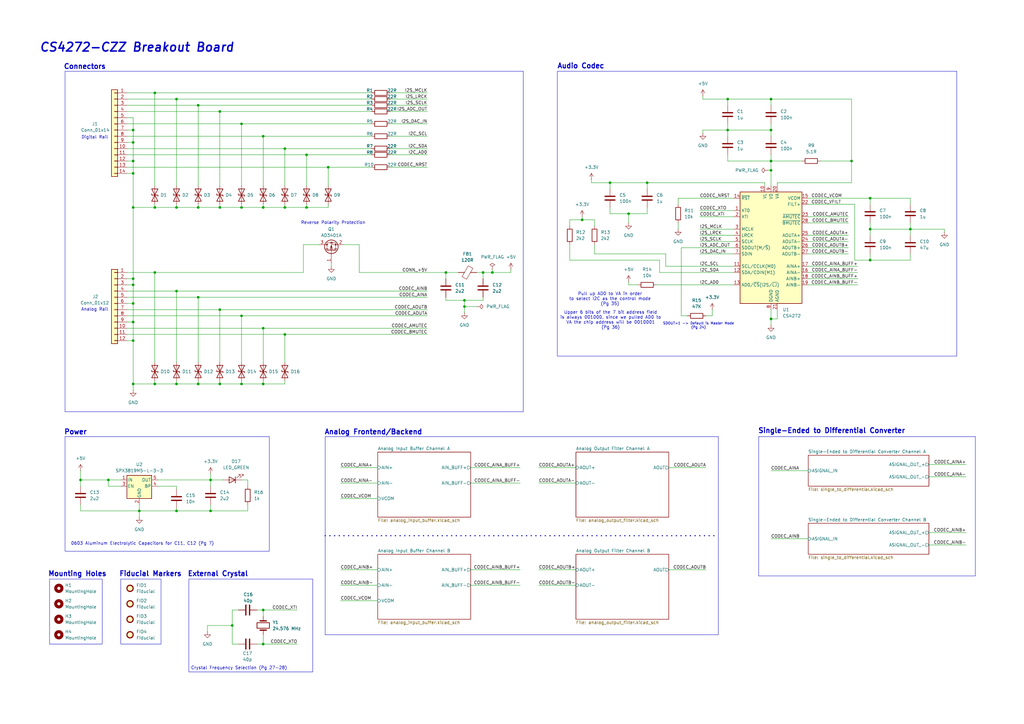
<source format=kicad_sch>
(kicad_sch (version 20231120) (generator "eeschema") (generator_version "8.0")
  (paper "A3")
  (junction (at 356.87 81.28))
  (junction (at 54.61 132.08))
  (junction (at 125.73 63.5))
  (junction (at 57.15 209.55))
  (junction (at 33.02 196.85))
  (junction (at 81.28 85.09))
  (junction (at 44.45 196.85))
  (junction (at 298.45 40.64))
  (junction (at 198.12 111.76))
  (junction (at 54.61 85.09))
  (junction (at 54.61 139.7))
  (junction (at 107.95 134.62))
  (junction (at 81.28 157.48))
  (junction (at 72.39 157.48))
  (junction (at 107.95 250.19))
  (junction (at 99.06 50.8))
  (junction (at 250.19 74.93))
  (junction (at 72.39 119.38))
  (junction (at 63.5 157.48))
  (junction (at 316.23 130.81))
  (junction (at 63.5 38.1))
  (junction (at 316.23 40.64))
  (junction (at 72.39 85.09))
  (junction (at 54.61 124.46))
  (junction (at 95.25 256.54))
  (junction (at 134.62 68.58))
  (junction (at 54.61 71.12))
  (junction (at 116.84 137.16))
  (junction (at 107.95 264.16))
  (junction (at 107.95 85.09))
  (junction (at 54.61 157.48))
  (junction (at 356.87 93.98))
  (junction (at 81.28 43.18))
  (junction (at 99.06 157.48))
  (junction (at 182.88 111.76))
  (junction (at 107.95 157.48))
  (junction (at 86.36 196.85))
  (junction (at 201.93 111.76))
  (junction (at 90.17 127))
  (junction (at 99.06 85.09))
  (junction (at 90.17 157.48))
  (junction (at 349.25 66.04))
  (junction (at 190.5 123.19))
  (junction (at 86.36 209.55))
  (junction (at 90.17 85.09))
  (junction (at 316.23 53.34))
  (junction (at 72.39 209.55))
  (junction (at 125.73 85.09))
  (junction (at 54.61 58.42))
  (junction (at 298.45 53.34))
  (junction (at 72.39 40.64))
  (junction (at 99.06 129.54))
  (junction (at 316.23 69.85))
  (junction (at 90.17 45.72))
  (junction (at 356.87 106.68))
  (junction (at 116.84 85.09))
  (junction (at 63.5 85.09))
  (junction (at 316.23 66.04))
  (junction (at 116.84 60.96))
  (junction (at 265.43 74.93))
  (junction (at 63.5 111.76))
  (junction (at 81.28 121.92))
  (junction (at 257.81 87.63))
  (junction (at 54.61 116.84))
  (junction (at 190.5 125.73))
  (junction (at 107.95 55.88))
  (junction (at 373.38 93.98))
  (junction (at 54.61 66.04))
  (junction (at 238.76 90.17))
  (junction (at 54.61 53.34))
  (junction (at 54.61 114.3))
  (wire (pts (xy 331.47 104.14) (xy 347.98 104.14)))
  (wire (pts (xy 193.04 233.68) (xy 213.36 233.68)))
  (wire (pts (xy 90.17 157.48) (xy 99.06 157.48)))
  (wire (pts (xy 349.25 40.64) (xy 349.25 66.04)))
  (wire (pts (xy 99.06 83.82) (xy 99.06 85.09)))
  (wire (pts (xy 54.61 48.26) (xy 54.61 53.34)))
  (wire (pts (xy 107.95 134.62) (xy 175.26 134.62)))
  (wire (pts (xy 287.02 104.14) (xy 300.99 104.14)))
  (wire (pts (xy 116.84 137.16) (xy 116.84 148.59)))
  (wire (pts (xy 54.61 66.04) (xy 54.61 71.12)))
  (wire (pts (xy 273.05 109.22) (xy 273.05 104.14)))
  (wire (pts (xy 287.02 99.06) (xy 300.99 99.06)))
  (wire (pts (xy 356.87 106.68) (xy 373.38 106.68)))
  (wire (pts (xy 72.39 156.21) (xy 72.39 157.48)))
  (wire (pts (xy 160.02 40.64) (xy 175.26 40.64)))
  (wire (pts (xy 190.5 123.19) (xy 198.12 123.19)))
  (wire (pts (xy 233.68 106.68) (xy 270.51 106.68)))
  (wire (pts (xy 90.17 45.72) (xy 90.17 76.2)))
  (wire (pts (xy 139.7 198.12) (xy 154.94 198.12)))
  (wire (pts (xy 125.73 85.09) (xy 134.62 85.09)))
  (wire (pts (xy 316.23 40.64) (xy 349.25 40.64)))
  (wire (pts (xy 107.95 156.21) (xy 107.95 157.48)))
  (wire (pts (xy 300.99 109.22) (xy 273.05 109.22)))
  (wire (pts (xy 209.55 111.76) (xy 209.55 110.49)))
  (wire (pts (xy 298.45 66.04) (xy 316.23 66.04)))
  (wire (pts (xy 52.07 66.04) (xy 54.61 66.04)))
  (wire (pts (xy 316.23 50.8) (xy 316.23 53.34)))
  (wire (pts (xy 95.25 250.19) (xy 97.79 250.19)))
  (wire (pts (xy 274.32 191.77) (xy 289.56 191.77)))
  (wire (pts (xy 107.95 83.82) (xy 107.95 85.09)))
  (wire (pts (xy 190.5 125.73) (xy 195.58 125.73)))
  (wire (pts (xy 147.32 100.33) (xy 147.32 111.76)))
  (wire (pts (xy 90.17 83.82) (xy 90.17 85.09)))
  (wire (pts (xy 265.43 87.63) (xy 265.43 85.09)))
  (wire (pts (xy 193.04 198.12) (xy 213.36 198.12)))
  (wire (pts (xy 356.87 104.14) (xy 356.87 106.68)))
  (wire (pts (xy 160.02 45.72) (xy 175.26 45.72)))
  (wire (pts (xy 331.47 114.3) (xy 351.79 114.3)))
  (wire (pts (xy 316.23 127) (xy 316.23 130.81)))
  (wire (pts (xy 220.98 191.77) (xy 236.22 191.77)))
  (wire (pts (xy 116.84 83.82) (xy 116.84 85.09)))
  (wire (pts (xy 54.61 85.09) (xy 54.61 114.3)))
  (wire (pts (xy 52.07 55.88) (xy 107.95 55.88)))
  (wire (pts (xy 63.5 157.48) (xy 72.39 157.48)))
  (wire (pts (xy 125.73 83.82) (xy 125.73 85.09)))
  (wire (pts (xy 160.02 50.8) (xy 175.26 50.8)))
  (wire (pts (xy 107.95 260.35) (xy 107.95 264.16)))
  (wire (pts (xy 99.06 50.8) (xy 152.4 50.8)))
  (wire (pts (xy 57.15 209.55) (xy 72.39 209.55)))
  (wire (pts (xy 49.53 196.85) (xy 44.45 196.85)))
  (wire (pts (xy 72.39 157.48) (xy 81.28 157.48)))
  (wire (pts (xy 300.99 101.6) (xy 279.4 101.6)))
  (wire (pts (xy 220.98 240.03) (xy 236.22 240.03)))
  (wire (pts (xy 331.47 99.06) (xy 347.98 99.06)))
  (wire (pts (xy 316.23 63.5) (xy 316.23 66.04)))
  (wire (pts (xy 331.47 101.6) (xy 347.98 101.6)))
  (wire (pts (xy 121.92 264.16) (xy 107.95 264.16)))
  (wire (pts (xy 90.17 156.21) (xy 90.17 157.48)))
  (wire (pts (xy 287.02 93.98) (xy 300.99 93.98)))
  (wire (pts (xy 350.52 106.68) (xy 356.87 106.68)))
  (wire (pts (xy 298.45 40.64) (xy 298.45 43.18)))
  (wire (pts (xy 107.95 134.62) (xy 107.95 148.59)))
  (wire (pts (xy 289.56 129.54) (xy 292.1 129.54)))
  (wire (pts (xy 54.61 114.3) (xy 54.61 116.84)))
  (wire (pts (xy 193.04 191.77) (xy 213.36 191.77)))
  (wire (pts (xy 107.95 157.48) (xy 116.84 157.48)))
  (wire (pts (xy 316.23 130.81) (xy 318.77 130.81)))
  (wire (pts (xy 139.7 204.47) (xy 154.94 204.47)))
  (wire (pts (xy 140.97 100.33) (xy 147.32 100.33)))
  (wire (pts (xy 387.35 95.25) (xy 387.35 93.98)))
  (wire (pts (xy 95.25 264.16) (xy 97.79 264.16)))
  (wire (pts (xy 190.5 125.73) (xy 190.5 128.27)))
  (wire (pts (xy 265.43 74.93) (xy 265.43 77.47)))
  (wire (pts (xy 238.76 88.9) (xy 238.76 90.17)))
  (wire (pts (xy 396.24 218.44) (xy 381 218.44)))
  (wire (pts (xy 52.07 139.7) (xy 54.61 139.7)))
  (wire (pts (xy 124.46 111.76) (xy 124.46 100.33)))
  (wire (pts (xy 288.29 40.64) (xy 298.45 40.64)))
  (wire (pts (xy 349.25 74.93) (xy 349.25 66.04)))
  (wire (pts (xy 33.02 196.85) (xy 33.02 199.39)))
  (wire (pts (xy 85.09 256.54) (xy 95.25 256.54)))
  (wire (pts (xy 54.61 139.7) (xy 54.61 157.48)))
  (wire (pts (xy 288.29 39.37) (xy 288.29 40.64)))
  (wire (pts (xy 331.47 96.52) (xy 347.98 96.52)))
  (wire (pts (xy 313.69 76.2) (xy 313.69 74.93)))
  (wire (pts (xy 270.51 111.76) (xy 270.51 106.68)))
  (wire (pts (xy 182.88 111.76) (xy 182.88 114.3)))
  (wire (pts (xy 269.24 116.84) (xy 300.99 116.84)))
  (wire (pts (xy 52.07 60.96) (xy 116.84 60.96)))
  (wire (pts (xy 288.29 53.34) (xy 298.45 53.34)))
  (wire (pts (xy 95.25 256.54) (xy 95.25 264.16)))
  (wire (pts (xy 182.88 111.76) (xy 187.96 111.76)))
  (wire (pts (xy 182.88 121.92) (xy 182.88 123.19)))
  (wire (pts (xy 396.24 190.5) (xy 381 190.5)))
  (wire (pts (xy 160.02 43.18) (xy 175.26 43.18)))
  (wire (pts (xy 139.7 191.77) (xy 154.94 191.77)))
  (wire (pts (xy 201.93 111.76) (xy 209.55 111.76)))
  (wire (pts (xy 274.32 233.68) (xy 289.56 233.68)))
  (wire (pts (xy 52.07 53.34) (xy 54.61 53.34)))
  (wire (pts (xy 287.02 86.36) (xy 300.99 86.36)))
  (wire (pts (xy 54.61 71.12) (xy 54.61 85.09)))
  (wire (pts (xy 63.5 83.82) (xy 63.5 85.09)))
  (wire (pts (xy 257.81 115.57) (xy 257.81 116.84)))
  (wire (pts (xy 54.61 66.04) (xy 54.61 58.42)))
  (wire (pts (xy 54.61 132.08) (xy 54.61 139.7)))
  (wire (pts (xy 90.17 45.72) (xy 152.4 45.72)))
  (wire (pts (xy 318.77 76.2) (xy 318.77 74.93)))
  (wire (pts (xy 85.09 259.08) (xy 85.09 256.54)))
  (wire (pts (xy 33.02 196.85) (xy 44.45 196.85)))
  (wire (pts (xy 160.02 68.58) (xy 175.26 68.58)))
  (wire (pts (xy 243.84 92.71) (xy 243.84 90.17)))
  (wire (pts (xy 72.39 119.38) (xy 175.26 119.38)))
  (wire (pts (xy 193.04 240.03) (xy 213.36 240.03)))
  (wire (pts (xy 54.61 157.48) (xy 63.5 157.48)))
  (wire (pts (xy 314.96 69.85) (xy 316.23 69.85)))
  (wire (pts (xy 90.17 127) (xy 90.17 148.59)))
  (wire (pts (xy 52.07 48.26) (xy 54.61 48.26)))
  (wire (pts (xy 72.39 209.55) (xy 72.39 208.28)))
  (wire (pts (xy 72.39 40.64) (xy 72.39 76.2)))
  (wire (pts (xy 331.47 91.44) (xy 347.98 91.44)))
  (wire (pts (xy 278.13 81.28) (xy 300.99 81.28)))
  (wire (pts (xy 72.39 85.09) (xy 81.28 85.09)))
  (wire (pts (xy 49.53 199.39) (xy 44.45 199.39)))
  (wire (pts (xy 72.39 119.38) (xy 72.39 148.59)))
  (wire (pts (xy 356.87 93.98) (xy 356.87 96.52)))
  (wire (pts (xy 54.61 53.34) (xy 54.61 58.42)))
  (wire (pts (xy 257.81 87.63) (xy 257.81 91.44)))
  (wire (pts (xy 233.68 100.33) (xy 233.68 106.68)))
  (wire (pts (xy 331.47 116.84) (xy 351.79 116.84)))
  (wire (pts (xy 139.7 233.68) (xy 154.94 233.68)))
  (wire (pts (xy 190.5 123.19) (xy 190.5 125.73)))
  (wire (pts (xy 33.02 207.01) (xy 33.02 209.55)))
  (wire (pts (xy 298.45 50.8) (xy 298.45 53.34)))
  (wire (pts (xy 134.62 83.82) (xy 134.62 85.09)))
  (wire (pts (xy 298.45 63.5) (xy 298.45 66.04)))
  (wire (pts (xy 287.02 88.9) (xy 300.99 88.9)))
  (wire (pts (xy 316.23 69.85) (xy 316.23 76.2)))
  (wire (pts (xy 116.84 137.16) (xy 175.26 137.16)))
  (wire (pts (xy 298.45 53.34) (xy 298.45 55.88)))
  (wire (pts (xy 63.5 111.76) (xy 124.46 111.76)))
  (wire (pts (xy 250.19 74.93) (xy 265.43 74.93)))
  (wire (pts (xy 198.12 111.76) (xy 198.12 114.3)))
  (wire (pts (xy 52.07 119.38) (xy 72.39 119.38)))
  (wire (pts (xy 396.24 223.52) (xy 381 223.52)))
  (wire (pts (xy 52.07 58.42) (xy 54.61 58.42)))
  (wire (pts (xy 139.7 246.38) (xy 154.94 246.38)))
  (wire (pts (xy 90.17 127) (xy 175.26 127)))
  (wire (pts (xy 242.57 73.66) (xy 242.57 74.93)))
  (wire (pts (xy 107.95 264.16) (xy 105.41 264.16)))
  (wire (pts (xy 64.77 196.85) (xy 86.36 196.85)))
  (wire (pts (xy 81.28 156.21) (xy 81.28 157.48)))
  (wire (pts (xy 331.47 81.28) (xy 356.87 81.28)))
  (wire (pts (xy 318.77 130.81) (xy 318.77 127)))
  (wire (pts (xy 107.95 55.88) (xy 152.4 55.88)))
  (wire (pts (xy 86.36 207.01) (xy 86.36 209.55)))
  (wire (pts (xy 57.15 207.01) (xy 57.15 209.55)))
  (wire (pts (xy 52.07 63.5) (xy 125.73 63.5)))
  (wire (pts (xy 101.6 209.55) (xy 86.36 209.55)))
  (wire (pts (xy 107.95 55.88) (xy 107.95 76.2)))
  (wire (pts (xy 220.98 198.12) (xy 236.22 198.12)))
  (wire (pts (xy 99.06 157.48) (xy 107.95 157.48)))
  (wire (pts (xy 63.5 85.09) (xy 72.39 85.09)))
  (wire (pts (xy 396.24 195.58) (xy 381 195.58)))
  (wire (pts (xy 373.38 106.68) (xy 373.38 104.14)))
  (wire (pts (xy 63.5 156.21) (xy 63.5 157.48)))
  (wire (pts (xy 121.92 250.19) (xy 107.95 250.19)))
  (wire (pts (xy 54.61 157.48) (xy 54.61 160.02)))
  (wire (pts (xy 298.45 40.64) (xy 316.23 40.64)))
  (wire (pts (xy 160.02 60.96) (xy 175.26 60.96)))
  (wire (pts (xy 86.36 196.85) (xy 86.36 199.39)))
  (wire (pts (xy 63.5 38.1) (xy 63.5 76.2)))
  (wire (pts (xy 288.29 54.61) (xy 288.29 53.34)))
  (wire (pts (xy 292.1 129.54) (xy 292.1 127)))
  (wire (pts (xy 316.23 66.04) (xy 316.23 69.85)))
  (wire (pts (xy 52.07 137.16) (xy 116.84 137.16)))
  (wire (pts (xy 57.15 209.55) (xy 57.15 212.09)))
  (wire (pts (xy 160.02 63.5) (xy 175.26 63.5)))
  (wire (pts (xy 316.23 130.81) (xy 316.23 133.35)))
  (polyline (pts (xy 133.35 219.71) (xy 294.64 219.71)) (stroke (width 0.4572) (type dot)))
  (wire (pts (xy 250.19 85.09) (xy 250.19 87.63)))
  (wire (pts (xy 101.6 196.85) (xy 101.6 199.39)))
  (wire (pts (xy 356.87 81.28) (xy 373.38 81.28)))
  (wire (pts (xy 72.39 199.39) (xy 64.77 199.39)))
  (wire (pts (xy 52.07 114.3) (xy 54.61 114.3)))
  (wire (pts (xy 52.07 40.64) (xy 72.39 40.64)))
  (wire (pts (xy 52.07 116.84) (xy 54.61 116.84)))
  (wire (pts (xy 63.5 111.76) (xy 63.5 148.59)))
  (wire (pts (xy 54.61 85.09) (xy 63.5 85.09)))
  (wire (pts (xy 279.4 129.54) (xy 281.94 129.54)))
  (wire (pts (xy 238.76 90.17) (xy 233.68 90.17)))
  (wire (pts (xy 147.32 111.76) (xy 182.88 111.76)))
  (wire (pts (xy 160.02 38.1) (xy 175.26 38.1)))
  (wire (pts (xy 250.19 87.63) (xy 257.81 87.63)))
  (wire (pts (xy 52.07 132.08) (xy 54.61 132.08)))
  (wire (pts (xy 99.06 50.8) (xy 99.06 76.2)))
  (wire (pts (xy 134.62 68.58) (xy 152.4 68.58)))
  (wire (pts (xy 316.23 53.34) (xy 316.23 55.88)))
  (wire (pts (xy 331.47 88.9) (xy 347.98 88.9)))
  (wire (pts (xy 331.47 193.04) (xy 316.23 193.04)))
  (wire (pts (xy 99.06 196.85) (xy 101.6 196.85)))
  (wire (pts (xy 52.07 134.62) (xy 107.95 134.62)))
  (wire (pts (xy 116.84 156.21) (xy 116.84 157.48)))
  (wire (pts (xy 373.38 93.98) (xy 373.38 96.52)))
  (wire (pts (xy 99.06 85.09) (xy 107.95 85.09)))
  (wire (pts (xy 387.35 93.98) (xy 373.38 93.98)))
  (wire (pts (xy 52.07 45.72) (xy 90.17 45.72)))
  (wire (pts (xy 52.07 121.92) (xy 81.28 121.92)))
  (wire (pts (xy 125.73 63.5) (xy 125.73 76.2)))
  (wire (pts (xy 257.81 87.63) (xy 265.43 87.63)))
  (wire (pts (xy 52.07 38.1) (xy 63.5 38.1)))
  (wire (pts (xy 331.47 109.22) (xy 351.79 109.22)))
  (wire (pts (xy 257.81 116.84) (xy 261.62 116.84)))
  (wire (pts (xy 52.07 111.76) (xy 63.5 111.76)))
  (wire (pts (xy 95.25 250.19) (xy 95.25 256.54)))
  (wire (pts (xy 99.06 129.54) (xy 175.26 129.54)))
  (wire (pts (xy 99.06 156.21) (xy 99.06 157.48)))
  (wire (pts (xy 54.61 124.46) (xy 54.61 132.08)))
  (wire (pts (xy 107.95 85.09) (xy 116.84 85.09)))
  (wire (pts (xy 373.38 81.28) (xy 373.38 83.82)))
  (wire (pts (xy 243.84 104.14) (xy 273.05 104.14)))
  (wire (pts (xy 52.07 129.54) (xy 99.06 129.54)))
  (wire (pts (xy 356.87 83.82) (xy 356.87 81.28)))
  (wire (pts (xy 265.43 74.93) (xy 313.69 74.93)))
  (wire (pts (xy 90.17 85.09) (xy 99.06 85.09)))
  (wire (pts (xy 160.02 55.88) (xy 175.26 55.88)))
  (wire (pts (xy 198.12 121.92) (xy 198.12 123.19)))
  (wire (pts (xy 86.36 196.85) (xy 91.44 196.85)))
  (wire (pts (xy 72.39 200.66) (xy 72.39 199.39)))
  (wire (pts (xy 242.57 74.93) (xy 250.19 74.93)))
  (wire (pts (xy 300.99 111.76) (xy 270.51 111.76)))
  (wire (pts (xy 198.12 111.76) (xy 201.93 111.76)))
  (wire (pts (xy 318.77 74.93) (xy 349.25 74.93)))
  (wire (pts (xy 279.4 101.6) (xy 279.4 129.54)))
  (wire (pts (xy 54.61 116.84) (xy 54.61 124.46)))
  (wire (pts (xy 52.07 68.58) (xy 134.62 68.58)))
  (wire (pts (xy 139.7 240.03) (xy 154.94 240.03)))
  (wire (pts (xy 81.28 157.48) (xy 90.17 157.48)))
  (wire (pts (xy 63.5 38.1) (xy 152.4 38.1)))
  (wire (pts (xy 278.13 91.44) (xy 278.13 93.98)))
  (wire (pts (xy 182.88 123.19) (xy 190.5 123.19)))
  (wire (pts (xy 233.68 90.17) (xy 233.68 92.71)))
  (wire (pts (xy 316.23 66.04) (xy 328.93 66.04)))
  (wire (pts (xy 81.28 43.18) (xy 81.28 76.2)))
  (wire (pts (xy 298.45 53.34) (xy 316.23 53.34)))
  (wire (pts (xy 101.6 207.01) (xy 101.6 209.55)))
  (wire (pts (xy 243.84 104.14) (xy 243.84 100.33)))
  (wire (pts (xy 350.52 83.82) (xy 350.52 106.68)))
  (wire (pts (xy 220.98 233.68) (xy 236.22 233.68)))
  (wire (pts (xy 33.02 193.04) (xy 33.02 196.85)))
  (wire (pts (xy 134.62 68.58) (xy 134.62 76.2)))
  (wire (pts (xy 52.07 50.8) (xy 99.06 50.8)))
  (wire (pts (xy 86.36 209.55) (xy 72.39 209.55)))
  (wire (pts (xy 331.47 83.82) (xy 350.52 83.82)))
  (wire (pts (xy 116.84 60.96) (xy 116.84 76.2)))
  (wire (pts (xy 81.28 43.18) (xy 152.4 43.18)))
  (wire (pts (xy 81.28 121.92) (xy 81.28 148.59)))
  (wire (pts (xy 125.73 63.5) (xy 152.4 63.5)))
  (wire (pts (xy 99.06 129.54) (xy 99.06 148.59)))
  (wire (pts (xy 243.84 90.17) (xy 238.76 90.17)))
  (wire (pts (xy 107.95 250.19) (xy 105.41 250.19)))
  (wire (pts (xy 356.87 93.98) (xy 373.38 93.98)))
  (wire (pts (xy 72.39 40.64) (xy 152.4 40.64)))
  (wire (pts (xy 116.84 85.09) (xy 125.73 85.09)))
  (wire (pts (xy 52.07 43.18) (xy 81.28 43.18)))
  (wire (pts (xy 116.84 60.96) (xy 152.4 60.96)))
  (wire (pts (xy 195.58 111.76) (xy 198.12 111.76)))
  (wire (pts (xy 124.46 100.33) (xy 130.81 100.33)))
  (wire (pts (xy 86.36 194.31) (xy 86.36 196.85)))
  (wire (pts (xy 33.02 209.55) (xy 57.15 209.55)))
  (wire (pts (xy 201.93 110.49) (xy 201.93 111.76)))
  (wire (pts (xy 81.28 121.92) (xy 175.26 121.92)))
  (wire (pts (xy 52.07 71.12) (xy 54.61 71.12)))
  (wire (pts (xy 316.23 43.18) (xy 316.23 40.64)))
  (wire (pts (xy 135.89 107.95) (xy 135.89 109.22)))
  (wire (pts (xy 52.07 124.46) (xy 54.61 124.46)))
  (wire (pts (xy 81.28 85.09) (xy 90.17 85.09)))
  (wire (pts (xy 356.87 91.44) (xy 356.87 93.98)))
  (wire (pts (xy 250.19 77.47) (xy 250.19 74.93)))
  (wire (pts (xy 44.45 199.39) (xy 44.45 196.85)))
  (wire (pts (xy 52.07 127) (xy 90.17 127)))
  (wire (pts (xy 81.28 83.82) (xy 81.28 85.09)))
  (wire (pts (xy 107.95 252.73) (xy 107.95 250.19)))
  (wire (pts (xy 287.02 96.52) (xy 300.99 96.52)))
  (wire (pts (xy 336.55 66.04) (xy 349.25 66.04)))
  (wire (pts (xy 331.47 111.76) (xy 351.79 111.76)))
  (wire (pts (xy 72.39 83.82) (xy 72.39 85.09)))
  (wire (pts (xy 331.47 220.98) (xy 316.23 220.98)))
  (wire (pts (xy 373.38 93.98) (xy 373.38 91.44)))
  (wire (pts (xy 278.13 81.28) (xy 278.13 83.82)))
  (rectangle (start 77.47 237.49) (end 128.27 275.59))
  (rectangle (start 311.15 179.07) (end 400.05 236.22))
  (rectangle (start 49.53 237.49) (end 66.04 264.16))
  (rectangle (start 26.67 29.21) (end 214.63 168.91))
  (rectangle (start 26.67 179.07) (end 110.49 226.06))
  (rectangle (start 133.35 179.07) (end 294.64 260.35))
  (rectangle (start 228.6 29.21) (end 392.43 146.05))
  (rectangle (start 20.32 237.49) (end 41.91 264.16))
  (text "Power" (at 30.988 177.292 0) (effects (font (size 2.032 2.032) (thickness 0.4064) (bold yes))))
  (text "Crystal Frequency Selection (Pg 27-28)" (at 98.044 274.066 0) (effects (font (size 1.27 1.27))))
  (text "CS4272-CZZ Breakout Board" (at 56.134 19.558 0) (effects (font (size 3.556 3.556) (thickness 0.6096) (bold yes) (italic yes))))
  (text "Pull up AD0 to VA in order\nto select I2C as the control mode\n(Pg 35)" (at 250.19 122.682 0) (effects (font (size 1.27 1.27))))
  (text "Digital Rail" (at 38.862 56.3881 0) (effects (font (size 1.27 1.27))))
  (text "Connectors" (at 34.798 27.432 0) (effects (font (size 2.032 2.032) (thickness 0.4064) (bold yes))))
  (text "Reverse Polarity Protection" (at 136.652 91.44 0) (effects (font (size 1.27 1.27))))
  (text "Mounting Holes" (at 31.75 235.458 0) (effects (font (size 2.032 2.032) (thickness 0.4064) (bold yes))))
  (text "Analog Frontend/Backend" (at 153.162 177.292 0) (effects (font (size 2.032 2.032) (bold yes))))
  (text "Upper 6 bits of the 7 bit address field\nis always 001000, since we pulled AD0 to\nVA the chip address will be 0010001\n(Pg 36)" (at 250.444 131.318 0) (effects (font (size 1.27 1.27))))
  (text "SDOUT=1 -> Default is Master Mode\n(Pg 24)" (at 286.512 133.604 0) (effects (font (size 1.016 1.016))))
  (text "0603 Aluminum Electrolytic Capacitors for C11, C12 (Pg 7)" (at 58.42 223.012 0) (effects (font (size 1.27 1.27))))
  (text "Audio Codec" (at 238.252 27.178 0) (effects (font (size 2.032 2.032) (thickness 0.4064) (bold yes))))
  (text "Analog Rail" (at 38.862 127 0) (effects (font (size 1.27 1.27))))
  (text "External Crystal" (at 89.408 235.458 0) (effects (font (size 2.032 2.032) (thickness 0.4064) (bold yes))))
  (text "Fiducial Markers" (at 61.722 235.458 0) (effects (font (size 2.032 2.032) (thickness 0.4064) (bold yes))))
  (text "Single-Ended to Differential Converter" (at 341.122 176.784 0) (effects (font (size 2.032 2.032) (bold yes))))
  (label "CODEC_AOUTA" (at 175.26 129.54 180))
  (label "CODEC_VFILT" (at 332.74 83.82 0))
  (label "I2S_SCLK" (at 287.02 99.06 0))
  (label "CODEC_AINB-" (at 139.7 240.03 0))
  (label "CODEC_AOUTB-" (at 347.98 104.14 180))
  (label "CODEC_AINA_BUFF-" (at 351.79 111.76 180))
  (label "I2C_SCL" (at 175.26 55.88 180))
  (label "CODEC_AOUTA-" (at 220.98 198.12 0))
  (label "CODEC_AINB_BUFF-" (at 213.36 240.03 180))
  (label "CODEC_AOUTA+" (at 347.98 96.52 180))
  (label "I2C_AD0" (at 175.26 63.5 180))
  (label "CODEC_AINB+" (at 396.24 218.44 180))
  (label "CODEC_NRST" (at 175.26 68.58 180))
  (label "CODEC_AINA" (at 175.26 121.92 180))
  (label "I2S_ADC_OUT" (at 287.02 101.6 0))
  (label "CODEC_AINA" (at 316.23 193.04 0))
  (label "I2S_DAC_IN" (at 287.02 104.14 0))
  (label "CODEC_AINB" (at 316.23 220.98 0))
  (label "CODEC_AINB_BUFF+" (at 213.36 233.68 180))
  (label "CODEC_AINA_BUFF-" (at 213.36 198.12 180))
  (label "CODEC_AINA+" (at 396.24 190.5 180))
  (label "CODEC_AOUTA" (at 289.56 191.77 180))
  (label "CODEC_VCOM" (at 139.7 246.38 0))
  (label "CODEC_XTI" (at 287.02 88.9 0))
  (label "I2S_DAC_IN" (at 175.26 50.8 180))
  (label "CODEC_AOUTB" (at 289.56 233.68 180))
  (label "I2S_MCLK" (at 287.02 93.98 0))
  (label "CODEC_AMUTEC" (at 175.26 134.62 180))
  (label "I2S_LRCK" (at 175.26 40.64 180))
  (label "CONN_+5V" (at 175.26 111.76 180))
  (label "CODEC_AINA_BUFF+" (at 213.36 191.77 180))
  (label "CODEC_AINB" (at 175.26 119.38 180))
  (label "CODEC_AMUTEC" (at 347.98 88.9 180))
  (label "I2S_LRCK" (at 287.02 96.52 0))
  (label "CODEC_XTO" (at 287.02 86.36 0))
  (label "CODEC_AOUTB+" (at 347.98 101.6 180))
  (label "CODEC_AOUTB+" (at 220.98 233.68 0))
  (label "I2S_ADC_OUT" (at 175.26 45.72 180))
  (label "CODEC_AINB+" (at 139.7 233.68 0))
  (label "CODEC_BMUTEC" (at 347.98 91.44 180))
  (label "I2C_SCL" (at 287.02 109.22 0))
  (label "I2C_AD0" (at 287.02 116.84 0))
  (label "I2C_SDA" (at 175.26 60.96 180))
  (label "CODEC_AOUTA-" (at 347.98 99.06 180))
  (label "CODEC_NRST" (at 287.02 81.28 0))
  (label "CODEC_AINB_BUFF-" (at 351.79 116.84 180))
  (label "CODEC_AOUTB-" (at 220.98 240.03 0))
  (label "CODEC_AINB_BUFF+" (at 351.79 114.3 180))
  (label "CODEC_VCOM" (at 332.74 81.28 0))
  (label "CODEC_AOUTA+" (at 220.98 191.77 0))
  (label "CODEC_XTO" (at 121.92 264.16 180))
  (label "CODEC_BMUTEC" (at 175.26 137.16 180))
  (label "CODEC_AINA_BUFF+" (at 351.79 109.22 180))
  (label "CODEC_VCOM" (at 139.7 204.47 0))
  (label "CODEC_AINA-" (at 396.24 195.58 180))
  (label "I2S_MCLK" (at 175.26 38.1 180))
  (label "CODEC_AOUTB" (at 175.26 127 180))
  (label "CODEC_AINA-" (at 139.7 198.12 0))
  (label "CODEC_XTI" (at 121.92 250.19 180))
  (label "CODEC_AINA+" (at 139.7 191.77 0))
  (label "I2S_SCLK" (at 175.26 43.18 180))
  (label "I2C_SDA" (at 287.02 111.76 0))
  (label "CODEC_AINB-" (at 396.24 223.52 180))
  (symbol (lib_id "Device:C") (at 298.45 59.69 0) (unit 1)
    (property "Reference" "C3" (at 302.26 58.4199 0) (effects (justify left)))
    (property "Value" "1u" (at 302.26 60.9599 0) (effects (justify left)))
    (property "Footprint" "Capacitor_SMD:C_0805_2012Metric" (effects (hide yes)))
    (property "Description" "Unpolarized capacitor" (effects (hide yes)))
  )
  (symbol (lib_id "Device:R") (at 233.68 96.52 0) (unit 1)
    (property "Reference" "R12" (at 236.22 95.2499 0) (effects (justify left)))
    (property "Value" "2k2" (at 236.22 97.7899 0) (effects (justify left)))
    (property "Footprint" "Resistor_SMD:R_0805_2012Metric" (effects (hide yes)))
    (property "Description" "Resistor" (effects (hide yes)))
  )
  (symbol (lib_id "Device:C") (at 101.6 250.19 270) (unit 1)
    (property "Reference" "C16" (at 99.822 243.84 90) (effects (justify left)))
    (property "Value" "40p" (at 99.822 246.38 90) (effects (justify left)))
    (property "Footprint" "Capacitor_SMD:C_0805_2012Metric" (effects (hide yes)))
    (property "Description" "Unpolarized capacitor" (effects (hide yes)))
  )
  (symbol (lib_id "Device:R") (at 156.21 45.72 90) (unit 1)
    (property "Reference" "R4" (at 151.638 44.704 90))
    (property "Value" "22R" (at 160.782 44.704 90))
    (property "Footprint" "Resistor_SMD:R_0805_2012Metric" (effects (hide yes)))
    (property "Description" "Resistor" (effects (hide yes)))
  )
  (symbol (lib_id "Device:C") (at 182.88 118.11 0) (unit 1)
    (property "Reference" "C11" (at 186.69 116.8399 0) (effects (justify left)))
    (property "Value" "2u2" (at 186.69 119.3799 0) (effects (justify left)))
    (property "Footprint" "Capacitor_SMD:C_0805_2012Metric" (effects (hide yes)))
    (property "Description" "Unpolarized capacitor" (effects (hide yes)))
  )
  (symbol (lib_id "Device:D_TVS") (at 63.5 152.4 90) (unit 1)
    (property "Reference" "D10" (at 65.786 152.4 90) (effects (justify right)))
    (property "Value" "D_TVS" (effects (hide yes)))
    (property "Footprint" "Diode_SMD:D_0805_2012Metric" (effects (hide yes)))
    (property "Description" "Bidirectional transient-voltage-suppression diode" (effects (hide yes)))
  )
  (symbol (lib_id "power:GND") (at 316.23 133.35 0) (unit 1)
    (property "Reference" "#PWR013" (effects (hide yes)))
    (property "Value" "GND" (at 316.23 138.43 0))
    (property "Description" "Power symbol creates a global label with name \"GND\" , ground" (effects (hide yes)))
  )
  (symbol (lib_id "Mechanical:Fiducial") (at 53.34 254 0) (unit 1) (exclude_from_sim yes) (in_bom no)
    (property "Reference" "FID3" (at 55.88 252.7299 0) (effects (justify left)))
    (property "Value" "Fiducial" (at 55.88 255.2699 0) (effects (justify left)))
    (property "Footprint" "Fiducial:Fiducial_1mm_Mask3mm" (effects (hide yes)))
    (property "Description" "Fiducial Marker" (effects (hide yes)))
  )
  (symbol (lib_id "Mechanical:Fiducial") (at 53.34 260.35 0) (unit 1) (exclude_from_sim yes) (in_bom no)
    (property "Reference" "FID4" (at 55.88 259.0799 0) (effects (justify left)))
    (property "Value" "Fiducial" (at 55.88 261.6199 0) (effects (justify left)))
    (property "Footprint" "Fiducial:Fiducial_1mm_Mask3mm" (effects (hide yes)))
    (property "Description" "Fiducial Marker" (effects (hide yes)))
  )
  (symbol (lib_id "Mechanical:Fiducial") (at 53.34 241.3 0) (unit 1) (exclude_from_sim yes) (in_bom no)
    (property "Reference" "FID1" (at 55.88 240.0299 0) (effects (justify left)))
    (property "Value" "Fiducial" (at 55.88 242.5699 0) (effects (justify left)))
    (property "Footprint" "Fiducial:Fiducial_1mm_Mask3mm" (effects (hide yes)))
    (property "Description" "Fiducial Marker" (effects (hide yes)))
  )
  (symbol (lib_id "power:+5V") (at 257.81 115.57 0) (unit 1)
    (property "Reference" "#PWR010" (effects (hide yes)))
    (property "Value" "+5V" (at 257.81 110.49 0))
    (property "Description" "Power symbol creates a global label with name \"+5V\"" (effects (hide yes)))
  )
  (symbol (lib_id "Device:D_TVS") (at 99.06 152.4 90) (unit 1)
    (property "Reference" "D14" (at 101.346 152.4 90) (effects (justify right)))
    (property "Value" "D_TVS" (effects (hide yes)))
    (property "Footprint" "Diode_SMD:D_0805_2012Metric" (effects (hide yes)))
    (property "Description" "Bidirectional transient-voltage-suppression diode" (effects (hide yes)))
  )
  (symbol (lib_id "Device:R") (at 156.21 60.96 90) (unit 1)
    (property "Reference" "R7" (at 151.638 59.944 90))
    (property "Value" "22R" (at 160.782 59.944 90))
    (property "Footprint" "Resistor_SMD:R_0805_2012Metric" (effects (hide yes)))
    (property "Description" "Resistor" (effects (hide yes)))
  )
  (symbol (lib_id "Device:C") (at 298.45 46.99 0) (unit 1)
    (property "Reference" "C1" (at 302.26 45.7199 0) (effects (justify left)))
    (property "Value" "1u" (at 302.26 48.2599 0) (effects (justify left)))
    (property "Footprint" "Capacitor_SMD:C_0805_2012Metric" (effects (hide yes)))
    (property "Description" "Unpolarized capacitor" (effects (hide yes)))
  )
  (symbol (lib_id "Device:R") (at 156.21 40.64 90) (unit 1)
    (property "Reference" "R2" (at 151.638 39.624 90))
    (property "Value" "22R" (at 160.782 39.624 90))
    (property "Footprint" "Resistor_SMD:R_0805_2012Metric" (effects (hide yes)))
    (property "Description" "Resistor" (effects (hide yes)))
  )
  (symbol (lib_id "Device:R") (at 156.21 43.18 90) (unit 1)
    (property "Reference" "R3" (at 151.638 42.164 90))
    (property "Value" "22R" (at 160.782 42.164 90))
    (property "Footprint" "Resistor_SMD:R_0805_2012Metric" (effects (hide yes)))
    (property "Description" "Resistor" (effects (hide yes)))
  )
  (symbol (lib_id "power:GND") (at 387.35 95.25 0) (unit 1)
    (property "Reference" "#PWR07" (effects (hide yes)))
    (property "Value" "GND" (at 387.35 100.33 0))
    (property "Description" "Power symbol creates a global label with name \"GND\" , ground" (effects (hide yes)))
  )
  (symbol (lib_id "Mechanical:MountingHole") (at 24.13 260.35 0) (unit 1) (exclude_from_sim yes) (in_bom no)
    (property "Reference" "H4" (at 26.67 259.0799 0) (effects (justify left)))
    (property "Value" "MountingHole" (at 26.67 261.6199 0) (effects (justify left)))
    (property "Footprint" "MountingHole:MountingHole_2.2mm_M2" (effects (hide yes)))
    (property "Description" "Mounting Hole without connection" (effects (hide yes)))
  )
  (symbol (lib_id "Device:C") (at 198.12 118.11 0) (unit 1)
    (property "Reference" "C12" (at 201.93 116.8399 0) (effects (justify left)))
    (property "Value" "2u2" (at 201.93 119.3799 0) (effects (justify left)))
    (property "Footprint" "Capacitor_SMD:C_0805_2012Metric" (effects (hide yes)))
    (property "Description" "Unpolarized capacitor" (effects (hide yes)))
  )
  (symbol (lib_id "Device:C") (at 250.19 81.28 0) (unit 1)
    (property "Reference" "C5" (at 254 80.0099 0) (effects (justify left)))
    (property "Value" "100n" (at 254 82.5499 0) (effects (justify left)))
    (property "Footprint" "Capacitor_SMD:C_0805_2012Metric" (effects (hide yes)))
    (property "Description" "Unpolarized capacitor" (effects (hide yes)))
  )
  (symbol (lib_id "power:GND") (at 257.81 91.44 0) (unit 1)
    (property "Reference" "#PWR05" (effects (hide yes)))
    (property "Value" "GND" (at 257.81 96.52 0))
    (property "Description" "Power symbol creates a global label with name \"GND\" , ground" (effects (hide yes)))
  )
  (symbol (lib_id "Transistor_FET:AO3401A") (at 135.89 102.87 90) (unit 1)
    (property "Reference" "Q1" (at 135.89 93.98 90))
    (property "Value" "AO3401A" (at 135.89 96.52 90))
    (property "Footprint" "Package_TO_SOT_SMD:SOT-23" (effects (hide yes)))
    (property "Datasheet" "http://www.aosmd.com/pdfs/datasheet/AO3401A.pdf" (effects (hide yes)))
    (property "Description" "-4.0A Id, -30V Vds, P-Channel MOSFET, SOT-23" (effects (hide yes)))
  )
  (symbol (lib_id "Device:R") (at 156.21 55.88 90) (unit 1)
    (property "Reference" "R6" (at 151.638 54.864 90))
    (property "Value" "22R" (at 160.782 54.864 90))
    (property "Footprint" "Resistor_SMD:R_0805_2012Metric" (effects (hide yes)))
    (property "Description" "Resistor" (effects (hide yes)))
  )
  (symbol (lib_id "power:GND") (at 57.15 212.09 0) (unit 1)
    (property "Reference" "#PWR017" (effects (hide yes)))
    (property "Value" "GND" (at 57.15 217.17 0))
    (property "Description" "Power symbol creates a global label with name \"GND\" , ground" (effects (hide yes)))
  )
  (symbol (lib_id "Device:C") (at 373.38 100.33 0) (unit 1)
    (property "Reference" "C10" (at 377.19 99.0599 0) (effects (justify left)))
    (property "Value" "47u" (at 377.19 101.5999 0) (effects (justify left)))
    (property "Footprint" "Capacitor_SMD:C_0805_2012Metric" (effects (hide yes)))
    (property "Description" "Unpolarized capacitor" (effects (hide yes)))
  )
  (symbol (lib_id "Device:R") (at 156.21 38.1 90) (unit 1)
    (property "Reference" "R1" (at 151.638 37.084 90))
    (property "Value" "22R" (at 160.782 37.084 90))
    (property "Footprint" "Resistor_SMD:R_0805_2012Metric" (effects (hide yes)))
    (property "Description" "Resistor" (effects (hide yes)))
  )
  (symbol (lib_id "Mechanical:MountingHole") (at 24.13 247.65 0) (unit 1) (exclude_from_sim yes) (in_bom no)
    (property "Reference" "H2" (at 26.67 246.3799 0) (effects (justify left)))
    (property "Value" "MountingHole" (at 26.67 248.9199 0) (effects (justify left)))
    (property "Footprint" "MountingHole:MountingHole_2.2mm_M2" (effects (hide yes)))
    (property "Description" "Mounting Hole without connection" (effects (hide yes)))
  )
  (symbol (lib_id "power:+5V") (at 33.02 193.04 0) (unit 1)
    (property "Reference" "#PWR015" (effects (hide yes)))
    (property "Value" "+5V" (at 33.02 187.96 0))
    (property "Description" "Power symbol creates a global label with name \"+5V\"" (effects (hide yes)))
  )
  (symbol (lib_id "Device:D_TVS") (at 116.84 80.01 90) (unit 1)
    (property "Reference" "D7" (at 119.126 80.01 90) (effects (justify right)))
    (property "Value" "D_TVS" (effects (hide yes)))
    (property "Footprint" "Diode_SMD:D_0805_2012Metric" (effects (hide yes)))
    (property "Description" "Bidirectional transient-voltage-suppression diode" (effects (hide yes)))
  )
  (symbol (lib_id "Device:C") (at 316.23 59.69 0) (unit 1)
    (property "Reference" "C4" (at 320.04 58.4199 0) (effects (justify left)))
    (property "Value" "100n" (at 320.04 60.9599 0) (effects (justify left)))
    (property "Footprint" "Capacitor_SMD:C_0805_2012Metric" (effects (hide yes)))
    (property "Description" "Unpolarized capacitor" (effects (hide yes)))
  )
  (symbol (lib_id "Mechanical:MountingHole") (at 24.13 254 0) (unit 1) (exclude_from_sim yes) (in_bom no)
    (property "Reference" "H3" (at 26.67 252.7299 0) (effects (justify left)))
    (property "Value" "MountingHole" (at 26.67 255.2699 0) (effects (justify left)))
    (property "Footprint" "MountingHole:MountingHole_2.2mm_M2" (effects (hide yes)))
    (property "Description" "Mounting Hole without connection" (effects (hide yes)))
  )
  (symbol (lib_id "Device:D_TVS") (at 116.84 152.4 90) (unit 1)
    (property "Reference" "D16" (at 119.126 152.4 90) (effects (justify right)))
    (property "Value" "D_TVS" (effects (hide yes)))
    (property "Footprint" "Diode_SMD:D_0805_2012Metric" (effects (hide yes)))
    (property "Description" "Bidirectional transient-voltage-suppression diode" (effects (hide yes)))
  )
  (symbol (lib_id "power:GND") (at 278.13 93.98 0) (unit 1)
    (property "Reference" "#PWR06" (effects (hide yes)))
    (property "Value" "GND" (at 278.13 99.06 0))
    (property "Description" "Power symbol creates a global label with name \"GND\" , ground" (effects (hide yes)))
  )
  (symbol (lib_id "Device:R") (at 156.21 68.58 90) (unit 1)
    (property "Reference" "R10" (at 151.384 67.564 90))
    (property "Value" "22R" (at 160.782 67.564 90))
    (property "Footprint" "Resistor_SMD:R_0805_2012Metric" (effects (hide yes)))
    (property "Description" "Resistor" (effects (hide yes)))
  )
  (symbol (lib_id "power:GND") (at 85.09 259.08 0) (unit 1)
    (property "Reference" "#PWR018" (effects (hide yes)))
    (property "Value" "GND" (at 85.09 264.16 0))
    (property "Description" "Power symbol creates a global label with name \"GND\" , ground" (effects (hide yes)))
  )
  (symbol (lib_id "Device:D_TVS") (at 107.95 80.01 90) (unit 1)
    (property "Reference" "D6" (at 110.236 80.01 90) (effects (justify right)))
    (property "Value" "D_TVS" (effects (hide yes)))
    (property "Footprint" "Diode_SMD:D_0805_2012Metric" (effects (hide yes)))
    (property "Description" "Bidirectional transient-voltage-suppression diode" (effects (hide yes)))
  )
  (symbol (lib_id "Device:D_TVS") (at 134.62 80.01 90) (unit 1)
    (property "Reference" "D9" (at 136.906 80.01 90) (effects (justify right)))
    (property "Value" "D_TVS" (effects (hide yes)))
    (property "Footprint" "Diode_SMD:D_0805_2012Metric" (effects (hide yes)))
    (property "Description" "Bidirectional transient-voltage-suppression diode" (effects (hide yes)))
  )
  (symbol (lib_id "Device:D_TVS") (at 125.73 80.01 90) (unit 1)
    (property "Reference" "D8" (at 128.016 80.01 90) (effects (justify right)))
    (property "Value" "D_TVS" (effects (hide yes)))
    (property "Footprint" "Diode_SMD:D_0805_2012Metric" (effects (hide yes)))
    (property "Description" "Bidirectional transient-voltage-suppression diode" (effects (hide yes)))
  )
  (symbol (lib_id "power:GND") (at 135.89 109.22 0) (unit 1)
    (property "Reference" "#PWR08" (effects (hide yes)))
    (property "Value" "GND" (at 135.89 114.3 0))
    (property "Description" "Power symbol creates a global label with name \"GND\" , ground" (effects (hide yes)))
  )
  (symbol (lib_id "Device:D_TVS") (at 63.5 80.01 90) (unit 1)
    (property "Reference" "D1" (at 65.786 80.01 90) (effects (justify right)))
    (property "Value" "D_TVS" (effects (hide yes)))
    (property "Footprint" "Diode_SMD:D_0805_2012Metric" (effects (hide yes)))
    (property "Description" "Bidirectional transient-voltage-suppression diode" (effects (hide yes)))
  )
  (symbol (lib_id "Device:R") (at 156.21 50.8 90) (unit 1)
    (property "Reference" "R5" (at 151.638 49.784 90))
    (property "Value" "22R" (at 160.782 49.784 90))
    (property "Footprint" "Resistor_SMD:R_0805_2012Metric" (effects (hide yes)))
    (property "Description" "Resistor" (effects (hide yes)))
  )
  (symbol (lib_id "power:+3.3V") (at 292.1 127 0) (unit 1)
    (property "Reference" "#PWR011" (effects (hide yes)))
    (property "Value" "+3.3V" (at 292.1 121.92 0))
    (property "Description" "Power symbol creates a global label with name \"+3.3V\"" (effects (hide yes)))
  )
  (symbol (lib_id "Device:D_TVS") (at 90.17 152.4 90) (unit 1)
    (property "Reference" "D13" (at 92.456 152.4 90) (effects (justify right)))
    (property "Value" "D_TVS" (effects (hide yes)))
    (property "Footprint" "Diode_SMD:D_0805_2012Metric" (effects (hide yes)))
    (property "Description" "Bidirectional transient-voltage-suppression diode" (effects (hide yes)))
  )
  (symbol (lib_id "Device:R") (at 243.84 96.52 0) (unit 1)
    (property "Reference" "R13" (at 246.38 95.2499 0) (effects (justify left)))
    (property "Value" "2k2" (at 246.38 97.7899 0) (effects (justify left)))
    (property "Footprint" "Resistor_SMD:R_0805_2012Metric" (effects (hide yes)))
    (property "Description" "Resistor" (effects (hide yes)))
  )
  (symbol (lib_id "Connector_Generic:Conn_01x14") (at 46.99 53.34 0) (mirror y) (unit 1)
    (property "Reference" "J1" (at 40.132 50.8 0) (effects (justify left)))
    (property "Value" "Conn_01x14" (at 44.958 53.34 0) (effects (justify left)))
    (property "Footprint" "Connector_PinHeader_2.54mm:PinHeader_1x14_P2.54mm_Vertical" (effects (hide yes)))
    (property "Description" "Generic connector, single row, 01x14, script generated (kicad-library-utils/schlib/autogen/connector/)" (effects (hide yes)))
  )
  (symbol (lib_id "Device:R") (at 278.13 87.63 0) (unit 1)
    (property "Reference" "R11" (at 280.67 86.3599 0) (effects (justify left)))
    (property "Value" "10k" (at 280.67 88.8999 0) (effects (justify left)))
    (property "Footprint" "Resistor_SMD:R_0805_2012Metric" (effects (hide yes)))
    (property "Description" "Resistor" (effects (hide yes)))
  )
  (symbol (lib_id "Device:C") (at 373.38 87.63 0) (unit 1)
    (property "Reference" "C8" (at 377.19 86.3599 0) (effects (justify left)))
    (property "Value" "1u" (at 377.19 88.8999 0) (effects (justify left)))
    (property "Footprint" "Capacitor_SMD:C_0805_2012Metric" (effects (hide yes)))
    (property "Description" "Unpolarized capacitor" (effects (hide yes)))
  )
  (symbol (lib_id "power:+3.3V") (at 238.76 88.9 0) (unit 1)
    (property "Reference" "#PWR04" (effects (hide yes)))
    (property "Value" "+3.3V" (at 238.76 83.82 0))
    (property "Description" "Power symbol creates a global label with name \"+3.3V\"" (effects (hide yes)))
  )
  (symbol (lib_id "Device:D_TVS") (at 81.28 80.01 90) (unit 1)
    (property "Reference" "D3" (at 83.566 80.01 90) (effects (justify right)))
    (property "Value" "D_TVS" (effects (hide yes)))
    (property "Footprint" "Diode_SMD:D_0805_2012Metric" (effects (hide yes)))
    (property "Description" "Bidirectional transient-voltage-suppression diode" (effects (hide yes)))
  )
  (symbol (lib_id "power:+3.3V") (at 242.57 73.66 0) (unit 1)
    (property "Reference" "#PWR03" (effects (hide yes)))
    (property "Value" "+3.3V" (at 242.57 68.58 0))
    (property "Description" "Power symbol creates a global label with name \"+3.3V\"" (effects (hide yes)))
  )
  (symbol (lib_id "Device:R") (at 265.43 116.84 90) (unit 1)
    (property "Reference" "R14" (at 265.43 110.49 90))
    (property "Value" "10k" (at 265.43 113.03 90))
    (property "Footprint" "Resistor_SMD:R_0805_2012Metric" (effects (hide yes)))
    (property "Description" "Resistor" (effects (hide yes)))
  )
  (symbol (lib_id "Device:D_TVS") (at 99.06 80.01 90) (unit 1)
    (property "Reference" "D5" (at 101.346 80.01 90) (effects (justify right)))
    (property "Value" "D_TVS" (effects (hide yes)))
    (property "Footprint" "Diode_SMD:D_0805_2012Metric" (effects (hide yes)))
    (property "Description" "Bidirectional transient-voltage-suppression diode" (effects (hide yes)))
  )
  (symbol (lib_id "power:+3.3V") (at 86.36 194.31 0) (unit 1)
    (property "Reference" "#PWR016" (effects (hide yes)))
    (property "Value" "+3.3V" (at 86.36 189.23 0))
    (property "Description" "Power symbol creates a global label with name \"+3.3V\"" (effects (hide yes)))
  )
  (symbol (lib_id "Device:D_TVS") (at 81.28 152.4 90) (unit 1)
    (property "Reference" "D12" (at 83.566 152.4 90) (effects (justify right)))
    (property "Value" "D_TVS" (effects (hide yes)))
    (property "Footprint" "Diode_SMD:D_0805_2012Metric" (effects (hide yes)))
    (property "Description" "Bidirectional transient-voltage-suppression diode" (effects (hide yes)))
  )
  (symbol (lib_id "Device:D_TVS") (at 72.39 152.4 90) (unit 1)
    (property "Reference" "D11" (at 74.676 152.4 90) (effects (justify right)))
    (property "Value" "D_TVS" (effects (hide yes)))
    (property "Footprint" "Diode_SMD:D_0805_2012Metric" (effects (hide yes)))
    (property "Description" "Bidirectional transient-voltage-suppression diode" (effects (hide yes)))
  )
  (symbol (lib_id "Device:Crystal") (at 107.95 256.54 90) (unit 1)
    (property "Reference" "Y1" (at 111.76 255.2699 90) (effects (justify right)))
    (property "Value" "24.576 MHz" (at 111.76 257.8099 90) (effects (justify right)))
    (property "Footprint" "Crystal:Crystal_HC49-4H_Vertical" (effects (hide yes)))
    (property "Description" "Two pin crystal" (effects (hide yes)))
  )
  (symbol (lib_id "Device:D_TVS") (at 107.95 152.4 90) (unit 1)
    (property "Reference" "D15" (at 110.236 152.4 90) (effects (justify right)))
    (property "Value" "D_TVS" (effects (hide yes)))
    (property "Footprint" "Diode_SMD:D_0805_2012Metric" (effects (hide yes)))
    (property "Description" "Bidirectional transient-voltage-suppression diode" (effects (hide yes)))
  )
  (symbol (lib_id "Device:C") (at 265.43 81.28 0) (unit 1)
    (property "Reference" "C6" (at 269.24 80.0099 0) (effects (justify left)))
    (property "Value" "1u" (at 269.24 82.5499 0) (effects (justify left)))
    (property "Footprint" "Capacitor_SMD:C_0805_2012Metric" (effects (hide yes)))
    (property "Description" "Unpolarized capacitor" (effects (hide yes)))
  )
  (symbol (lib_id "power:+5V") (at 288.29 39.37 0) (unit 1)
    (property "Reference" "#PWR01" (effects (hide yes)))
    (property "Value" "+5V" (at 288.29 34.29 0))
    (property "Description" "Power symbol creates a global label with name \"+5V\"" (effects (hide yes)))
  )
  (symbol (lib_id "Device:R") (at 332.74 66.04 90) (unit 1)
    (property "Reference" "R9" (at 332.74 59.69 90))
    (property "Value" "5.1R" (at 332.74 62.23 90))
    (property "Footprint" "Resistor_SMD:R_0805_2012Metric" (effects (hide yes)))
    (property "Description" "Resistor" (effects (hide yes)))
  )
  (symbol (lib_id "Device:R") (at 285.75 129.54 270) (unit 1)
    (property "Reference" "R15" (at 285.75 123.19 90))
    (property "Value" "47K" (at 285.75 125.73 90))
    (property "Footprint" "Resistor_SMD:R_0805_2012Metric" (effects (hide yes)))
    (property "Description" "Resistor" (effects (hide yes)))
  )
  (symbol (lib_id "Device:LED") (at 95.25 196.85 180) (unit 1)
    (property "Reference" "D17" (at 96.8375 189.23 0))
    (property "Value" "LED_GREEN" (at 96.8375 191.77 0))
    (property "Footprint" "LED_SMD:LED_0805_2012Metric" (effects (hide yes)))
    (property "Description" "Light emitting diode" (effects (hide yes)))
  )
  (symbol (lib_id "Device:C") (at 33.02 203.2 0) (unit 1)
    (property "Reference" "C13" (at 36.83 201.9299 0) (effects (justify left)))
    (property "Value" "2u2" (at 36.83 204.4699 0) (effects (justify left)))
    (property "Footprint" "Capacitor_SMD:C_0805_2012Metric" (effects (hide yes)))
    (property "Description" "Unpolarized capacitor" (effects (hide yes)))
  )
  (symbol (lib_id "power:+5V") (at 209.55 110.49 0) (unit 1)
    (property "Reference" "#PWR09" (effects (hide yes)))
    (property "Value" "+5V" (at 209.55 105.41 0))
    (property "Description" "Power symbol creates a global label with name \"+5V\"" (effects (hide yes)))
  )
  (symbol (lib_id "Device:R") (at 101.6 203.2 0) (unit 1)
    (property "Reference" "R16" (at 104.14 201.9299 0) (effects (justify left)))
    (property "Value" "1k" (at 104.14 204.4699 0) (effects (justify left)))
    (property "Footprint" "Resistor_SMD:R_0805_2012Metric" (effects (hide yes)))
    (property "Description" "Resistor" (effects (hide yes)))
  )
  (symbol (lib_id "Device:D_TVS") (at 90.17 80.01 90) (unit 1)
    (property "Reference" "D4" (at 92.456 80.01 90) (effects (justify right)))
    (property "Value" "D_TVS" (effects (hide yes)))
    (property "Footprint" "Diode_SMD:D_0805_2012Metric" (effects (hide yes)))
    (property "Description" "Bidirectional transient-voltage-suppression diode" (effects (hide yes)))
  )
  (symbol (lib_id "Connector_Generic:Conn_01x12") (at 46.99 124.46 0) (mirror y) (unit 1)
    (property "Reference" "J2" (at 39.116 121.666 0))
    (property "Value" "Conn_01x12" (at 38.862 124.206 0))
    (property "Footprint" "Connector_PinHeader_2.54mm:PinHeader_1x12_P2.54mm_Vertical" (effects (hide yes)))
    (property "Description" "Generic connector, single row, 01x12, script generated (kicad-library-utils/schlib/autogen/connector/)" (effects (hide yes)))
  )
  (symbol (lib_id "Device:C") (at 86.36 203.2 0) (unit 1)
    (property "Reference" "C14" (at 90.17 201.9299 0) (effects (justify left)))
    (property "Value" "2u2" (at 90.17 204.4699 0) (effects (justify left)))
    (property "Footprint" "Capacitor_SMD:C_0805_2012Metric" (effects (hide yes)))
    (property "Description" "Unpolarized capacitor" (effects (hide yes)))
  )
  (symbol (lib_id "power:GND") (at 288.29 54.61 0) (unit 1)
    (property "Reference" "#PWR02" (effects (hide yes)))
    (property "Value" "GND" (at 288.29 59.69 0))
    (property "Description" "Power symbol creates a global label with name \"GND\" , ground" (effects (hide yes)))
  )
  (symbol (lib_id "Device:C") (at 356.87 100.33 0) (unit 1)
    (property "Reference" "C9" (at 360.68 99.0599 0) (effects (justify left)))
    (property "Value" "100n" (at 360.68 101.5999 0) (effects (justify left)))
    (property "Footprint" "Capacitor_SMD:C_0805_2012Metric" (effects (hide yes)))
    (property "Description" "Unpolarized capacitor" (effects (hide yes)))
  )
  (symbol (lib_id "power:GND") (at 190.5 128.27 0) (unit 1)
    (property "Reference" "#PWR012" (effects (hide yes)))
    (property "Value" "GND" (at 190.5 133.35 0))
    (property "Description" "Power symbol creates a global label with name \"GND\" , ground" (effects (hide yes)))
  )
  (symbol (lib_id "Mechanical:MountingHole") (at 24.13 241.3 0) (unit 1) (exclude_from_sim yes) (in_bom no)
    (property "Reference" "H1" (at 26.67 240.0299 0) (effects (justify left)))
    (property "Value" "MountingHole" (at 26.67 242.5699 0) (effects (justify left)))
    (property "Footprint" "MountingHole:MountingHole_2.2mm_M2" (effects (hide yes)))
    (property "Description" "Mounting Hole without connection" (effects (hide yes)))
  )
  (symbol (lib_id "power:PWR_FLAG") (at 195.58 125.73 270) (unit 1)
    (property "Reference" "#FLG03" (effects (hide yes)))
    (property "Value" "PWR_FLAG" (at 199.39 125.7299 90) (effects (justify left)))
    (property "Description" "Special symbol for telling ERC where power comes from" (effects (hide yes)))
  )
  (symbol (lib_id "Device:C") (at 316.23 46.99 0) (unit 1)
    (property "Reference" "C2" (at 320.04 45.7199 0) (effects (justify left)))
    (property "Value" "100n" (at 320.04 48.2599 0) (effects (justify left)))
    (property "Footprint" "Capacitor_SMD:C_0805_2012Metric" (effects (hide yes)))
    (property "Description" "Unpolarized capacitor" (effects (hide yes)))
  )
  (symbol (lib_id "power:GND") (at 54.61 160.02 0) (unit 1)
    (property "Reference" "#PWR014" (effects (hide yes)))
    (property "Value" "GND" (at 54.61 165.1 0))
    (property "Description" "Power symbol creates a global label with name \"GND\" , ground" (effects (hide yes)))
  )
  (symbol (lib_id "Mechanical:Fiducial") (at 53.34 247.65 0) (unit 1) (exclude_from_sim yes) (in_bom no)
    (property "Reference" "FID2" (at 55.88 246.3799 0) (effects (justify left)))
    (property "Value" "Fiducial" (at 55.88 248.9199 0) (effects (justify left)))
    (property "Footprint" "Fiducial:Fiducial_1mm_Mask3mm" (effects (hide yes)))
    (property "Description" "Fiducial Marker" (effects (hide yes)))
  )
  (symbol (lib_id "Device:D_TVS") (at 72.39 80.01 90) (unit 1)
    (property "Reference" "D2" (at 74.676 80.01 90) (effects (justify right)))
    (property "Value" "D_TVS" (effects (hide yes)))
    (property "Footprint" "Diode_SMD:D_0805_2012Metric" (effects (hide yes)))
    (property "Description" "Bidirectional transient-voltage-suppression diode" (effects (hide yes)))
  )
  (symbol (lib_id "Device:C") (at 356.87 87.63 0) (unit 1)
    (property "Reference" "C7" (at 360.68 86.3599 0) (effects (justify left)))
    (property "Value" "100n" (at 360.68 88.8999 0) (effects (justify left)))
    (property "Footprint" "Capacitor_SMD:C_0805_2012Metric" (effects (hide yes)))
    (property "Description" "Unpolarized capacitor" (effects (hide yes)))
  )
  (symbol (lib_id "power:PWR_FLAG") (at 201.93 110.49 0) (unit 1)
    (property "Reference" "#FLG02" (effects (hide yes)))
    (property "Value" "PWR_FLAG" (at 201.93 105.41 0))
    (property "Description" "Special symbol for telling ERC where power comes from" (effects (hide yes)))
  )
  (symbol (lib_id "Device:C") (at 101.6 264.16 270) (unit 1)
    (property "Reference" "C17" (at 99.568 267.97 90) (effects (justify left)))
    (property "Value" "40p" (at 99.568 270.51 90) (effects (justify left)))
    (property "Footprint" "Capacitor_SMD:C_0805_2012Metric" (effects (hide yes)))
    (property "Description" "Unpolarized capacitor" (effects (hide yes)))
  )
  (symbol (lib_id "Device:R") (at 156.21 63.5 90) (unit 1)
    (property "Reference" "R8" (at 151.638 62.484 90))
    (property "Value" "22R" (at 160.782 62.484 90))
    (property "Footprint" "Resistor_SMD:R_0805_2012Metric" (effects (hide yes)))
    (property "Description" "Resistor" (effects (hide yes)))
  )
  (symbol (lib_id "Regulator_Linear:SPX3819M5-L-3-3") (at 57.15 199.39 0) (unit 1)
    (property "Reference" "U2" (at 57.15 190.5 0))
    (property "Value" "SPX3819M5-L-3-3" (at 57.15 193.04 0))
    (property "Footprint" "Package_TO_SOT_SMD:SOT-23-5" (effects (hide yes)))
    (property "Datasheet" "https://www.exar.com/content/document.ashx?id=22106&languageid=1033&type=Datasheet&partnumber=SPX3819&filename=SPX3819.pdf&part=SPX3819" (effects (hide yes)))
    (property "Description" "500mA Low drop-out regulator, Fixed Output 3.3V, SOT-23-5" (effects (hide yes)))
  )
  (symbol (lib_id "power:PWR_FLAG") (at 314.96 69.85 90) (unit 1)
    (property "Reference" "#FLG01" (effects (hide yes)))
    (property "Value" "PWR_FLAG" (at 311.15 69.8499 90) (effects (justify left)))
    (property "Description" "Special symbol for telling ERC where power comes from" (effects (hide yes)))
  )
  (symbol (lib_id "Device:C") (at 72.39 204.47 0) (unit 1)
    (property "Reference" "C15" (at 76.2 203.1999 0) (effects (justify left)))
    (property "Value" "10n" (at 76.2 205.7399 0) (effects (justify left)))
    (property "Footprint" "Capacitor_SMD:C_0805_2012Metric" (effects (hide yes)))
    (property "Description" "Unpolarized capacitor" (effects (hide yes)))
  )
  (symbol (lib_id "Device:FerriteBead") (at 191.77 111.76 90) (unit 1)
    (property "Reference" "FB1" (at 191.7192 104.14 90))
    (property "Value" "120R" (at 191.7192 106.68 90))
    (property "Footprint" "Inductor_SMD:L_0805_2012Metric" (effects (hide yes)))
    (property "Description" "Ferrite bead" (effects (hide yes)))
  )
  (symbol (lib_id "Audio:CS4272") (at 316.23 101.6 0) (unit 1)
    (property "Reference" "U1" (at 320.9641 127 0) (effects (justify left)))
    (property "Value" "CS4272" (at 320.9641 129.54 0) (effects (justify left)))
    (property "Footprint" "Package_SO:TSSOP-28_4.4x9.7mm_P0.65mm" (effects (hide yes)))
    (property "Datasheet" "https://statics.cirrus.com/pubs/proDatasheet/CS4272_F1.pdf" (effects (hide yes)))
    (property "Description" "24-Bit, 192 kHz Stereo Audio CODEC, TSSOP-28" (effects (hide yes)))
  )
  (sheet (at 331.47 186.69) (size 49.53 12.7) (stroke (width 0.1524))
    (property "Sheetname" "Single-Ended to Differential Converter Channel A" (at 331.47 185.9784 0) (effects (justify left bottom)))
    (property "Sheetfile" "single_to_differential.kicad_sch" (at 331.47 199.9746 0) (effects (justify left top)))
    (pin "ASIGNAL_IN" input (at 331.47 193.04 180))
    (pin "ASIGNAL_OUT_+" output (at 381 190.5 0))
    (pin "ASIGNAL_OUT_-" output (at 381 195.58 0))
  )
  (sheet (at 154.94 185.42) (size 38.1 26.67) (stroke (width 0.1524))
    (property "Sheetname" "Analog Input Buffer Channel A" (at 154.94 184.7084 0) (effects (justify left bottom)))
    (property "Sheetfile" "analog_input_buffer.kicad_sch" (at 154.94 212.6746 0) (effects (justify left top)))
    (pin "AIN_BUFF+" output (at 193.04 191.77 0))
    (pin "AIN-" input (at 154.94 198.12 180))
    (pin "AIN+" input (at 154.94 191.77 180))
    (pin "VCOM" input (at 154.94 204.47 180))
    (pin "AIN_BUFF-" output (at 193.04 198.12 0))
  )
  (sheet (at 154.94 227.33) (size 38.1 26.67) (stroke (width 0.1524))
    (property "Sheetname" "Analog Input Buffer Channel B" (at 154.94 226.6184 0) (effects (justify left bottom)))
    (property "Sheetfile" "analog_input_buffer.kicad_sch" (at 154.94 254.5846 0) (effects (justify left top)))
    (pin "AIN_BUFF+" output (at 193.04 233.68 0))
    (pin "AIN-" input (at 154.94 240.03 180))
    (pin "AIN+" input (at 154.94 233.68 180))
    (pin "VCOM" input (at 154.94 246.38 180))
    (pin "AIN_BUFF-" output (at 193.04 240.03 0))
  )
  (sheet (at 331.47 214.63) (size 49.53 12.7) (stroke (width 0.1524))
    (property "Sheetname" "Single-Ended to Differential Converter Channel B" (at 331.47 213.9184 0) (effects (justify left bottom)))
    (property "Sheetfile" "single_to_differential.kicad_sch" (at 331.47 227.9146 0) (effects (justify left top)))
    (pin "ASIGNAL_IN" input (at 331.47 220.98 180))
    (pin "ASIGNAL_OUT_+" output (at 381 218.44 0))
    (pin "ASIGNAL_OUT_-" output (at 381 223.52 0))
  )
  (sheet (at 236.22 227.33) (size 38.1 26.67) (stroke (width 0.1524))
    (property "Sheetname" "Analog Output Filter Channel B" (at 236.22 226.6184 0) (effects (justify left bottom)))
    (property "Sheetfile" "analog_output_filter.kicad_sch" (at 236.22 254.5846 0) (effects (justify left top)))
    (pin "AOUT-" input (at 236.22 240.03 180))
    (pin "AOUT+" input (at 236.22 233.68 180))
    (pin "AOUT" output (at 274.32 233.68 0))
  )
  (sheet (at 236.22 185.42) (size 38.1 26.67) (stroke (width 0.1524))
    (property "Sheetname" "Analog Output Filter Channel A" (at 236.22 184.7084 0) (effects (justify left bottom)))
    (property "Sheetfile" "analog_output_filter.kicad_sch" (at 236.22 212.6746 0) (effects (justify left top)))
    (pin "AOUT-" input (at 236.22 198.12 180))
    (pin "AOUT+" input (at 236.22 191.77 180))
    (pin "AOUT" output (at 274.32 191.77 0))
  )
)
</source>
